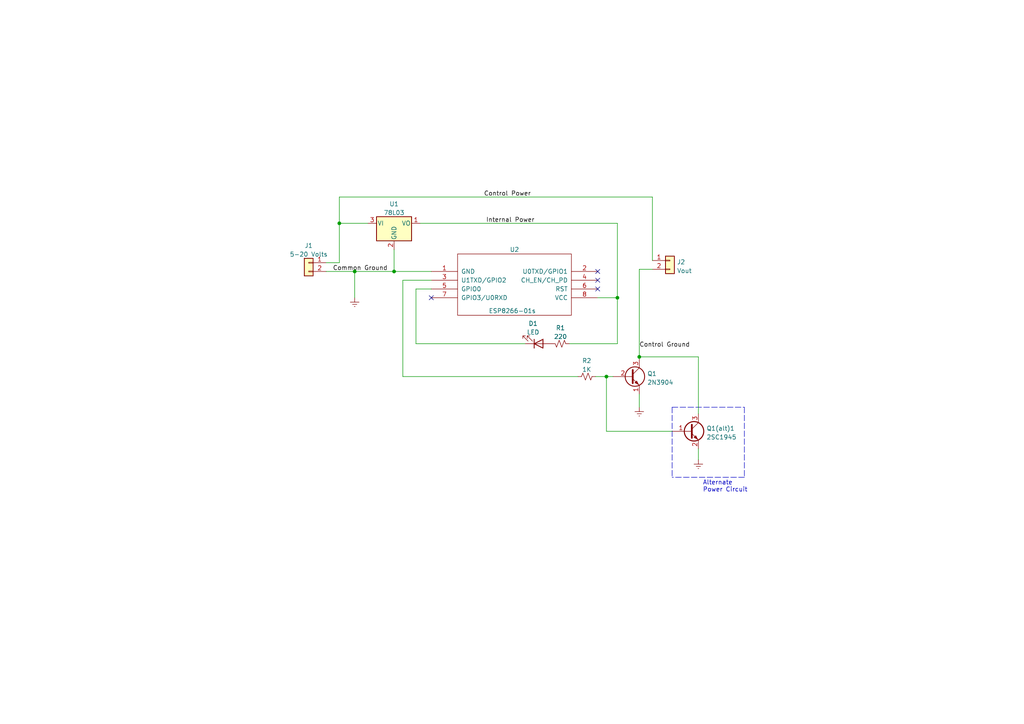
<source format=kicad_sch>
(kicad_sch (version 20211123) (generator eeschema)
  (paper "A4")
  (lib_symbols
    (symbol "AZ7029ZTR-E1:2N3904" (pin_names (offset 0) hide)
      (property "Reference" "Q" (at 5.08 1.905 0))
      (property "Value" "2N3904" (at 5.08 0 0))
      (symbol "2N3904_0_1"
        (polyline (pts (xy 0.635 0.635) (xy 2.54 2.54)))
        (polyline (pts (xy 0.635 -0.635) (xy 2.54 -2.54) (xy 2.54 -2.54)))
        (polyline (pts (xy 0.635 1.905) (xy 0.635 -1.905) (xy 0.635 -1.905)) (stroke (width 0.508)))
        (polyline (pts (xy 1.27 -1.778) (xy 1.778 -1.27) (xy 2.286 -2.286) (xy 1.27 -1.778) (xy 1.27 -1.778)) (fill (type outline)))
        (circle (center 1.27 0) (radius 2.8194) (stroke (width 0.254)))
      )
      (symbol "2N3904_1_1"
        (pin passive line (at 2.54 -5.08 90) (length 2.54) (name "E") (number "1"))
        (pin passive line (at -5.08 0 0) (length 5.715) (name "B") (number "2"))
        (pin passive line (at 2.54 5.08 270) (length 2.54) (name "C") (number "3"))
      )
    )
    (symbol "Connector_TH_Headers:Conn_01x02" (pin_names (offset 1.016) hide)
      (property "Reference" "J" (at 0 2.54 0))
      (property "Value" "Conn_01x02" (at 0 -5.08 0))
      (symbol "Conn_01x02_1_1"
        (rectangle (start -1.27 -2.413) (end 0 -2.667) (stroke (width 0.1524)))
        (rectangle (start -1.27 0.127) (end 0 -0.127) (stroke (width 0.1524)))
        (rectangle (start -1.27 1.27) (end 1.27 -3.81) (stroke (width 0.254)) (fill (type background)))
        (pin passive line (at -5.08 0 0) (length 3.81) (name "Pin_1") (number "1"))
        (pin passive line (at -5.08 -2.54 0) (length 3.81) (name "Pin_2") (number "2"))
      )
    )
    (symbol "Device:LED" (pin_numbers hide) (pin_names (offset 1.016) hide)
      (property "Reference" "D" (at 0 2.54 0))
      (property "Value" "LED" (at 0 -2.54 0))
      (symbol "LED_0_1"
        (polyline (pts (xy -1.27 -1.27) (xy -1.27 1.27)) (stroke (width 0.254)))
        (polyline (pts (xy -1.27 0) (xy 1.27 0)))
        (polyline (pts (xy 1.27 -1.27) (xy 1.27 1.27) (xy -1.27 0) (xy 1.27 -1.27)) (stroke (width 0.254)))
        (polyline (pts (xy -3.048 -0.762) (xy -4.572 -2.286) (xy -3.81 -2.286) (xy -4.572 -2.286) (xy -4.572 -1.524)))
        (polyline (pts (xy -1.778 -0.762) (xy -3.302 -2.286) (xy -2.54 -2.286) (xy -3.302 -2.286) (xy -3.302 -1.524)))
      )
      (symbol "LED_1_1"
        (pin passive line (at -3.81 0 0) (length 2.54) (name "K") (number "1"))
        (pin passive line (at 3.81 0 180) (length 2.54) (name "A") (number "2"))
      )
    )
    (symbol "Device:R_Small_US" (pin_numbers hide) (pin_names (offset 0.254) hide)
      (property "Reference" "R" (at 0.762 0.508 0))
      (property "Value" "R_Small_US" (at 0.762 -1.016 0))
      (symbol "R_Small_US_1_1"
        (polyline (pts (xy 0 0) (xy 1.016 -0.381) (xy 0 -0.762) (xy -1.016 -1.143) (xy 0 -1.524)))
        (polyline (pts (xy 0 1.524) (xy 1.016 1.143) (xy 0 0.762) (xy -1.016 0.381) (xy 0 0)))
        (pin passive line (at 0 2.54 270) (length 1.016) (name "~") (number "1"))
        (pin passive line (at 0 -2.54 90) (length 1.016) (name "~") (number "2"))
      )
    )
    (symbol "ESP8266:ESP8266-01s" (pin_names (offset 1.016))
      (property "Reference" "U" (at -1.905 7.62 0))
      (property "Value" "ESP8266-01s" (at 0 -6.985 0))
      (symbol "ESP8266-01s_1_0"
        (rectangle (start -16.51 -8.89) (end 16.51 8.89))
      )
      (symbol "ESP8266-01s_1_1"
        (pin power_in line (at -24.13 3.81 0) (length 7.62) (name "GND") (number "1"))
        (pin bidirectional line (at 24.13 3.81 180) (length 7.62) (name "U0TXD/GPIO1") (number "2"))
        (pin bidirectional line (at -24.13 1.27 0) (length 7.62) (name "U1TXD/GPIO2") (number "3"))
        (pin input line (at 24.13 1.27 180) (length 7.62) (name "CH_EN/CH_PD") (number "4"))
        (pin bidirectional line (at -24.13 -1.27 0) (length 7.62) (name "GPIO0") (number "5"))
        (pin input line (at 24.13 -1.27 180) (length 7.62) (name "RST") (number "6"))
        (pin bidirectional line (at -24.13 -3.81 0) (length 7.62) (name "GPIO3/U0RXD") (number "7"))
        (pin power_in line (at 24.13 -3.81 180) (length 7.62) (name "VCC") (number "8"))
      )
    )
    (symbol "Regulator_Linear:L78L05_TO92" (pin_names (offset 0.254))
      (property "Reference" "U" (at -3.81 3.175 0))
      (property "Value" "L78L05_TO92" (at 0 3.175 0))
      (symbol "L78L05_TO92_0_1"
        (rectangle (start -5.08 -5.08) (end 5.08 1.905) (stroke (width 0.254)) (fill (type background)))
      )
      (symbol "L78L05_TO92_1_1"
        (pin power_out line (at 7.62 0 180) (length 2.54) (name "VO") (number "1"))
        (pin power_in line (at 0 -7.62 90) (length 2.54) (name "GND") (number "2"))
        (pin power_in line (at -7.62 0 0) (length 2.54) (name "VI") (number "3"))
      )
    )
    (symbol "Transistor_BJT:2SC1945" (pin_names (offset 0) hide)
      (property "Reference" "Q" (at 5.08 1.905 0))
      (property "Value" "2SC1945" (at 5.08 0 0))
      (symbol "2SC1945_0_1"
        (polyline (pts (xy 0 0) (xy 0.635 0)))
        (polyline (pts (xy 2.54 2.54) (xy 0.635 0.635)))
        (polyline (pts (xy 0.635 1.905) (xy 0.635 -1.905) (xy 0.635 -1.905)) (stroke (width 0.508)))
        (polyline (pts (xy 2.286 -2.286) (xy 1.778 -1.778) (xy 1.778 -1.778)))
        (polyline (pts (xy 2.54 -2.54) (xy 0.635 -0.635) (xy 1.27 -1.27)) (fill (type outline)))
        (polyline (pts (xy 1.27 -1.778) (xy 1.778 -1.27) (xy 2.286 -2.286) (xy 1.27 -1.778) (xy 1.27 -1.778)) (fill (type outline)))
        (circle (center 1.27 0) (radius 2.8194) (stroke (width 0.3048)))
      )
      (symbol "2SC1945_1_1"
        (pin input line (at -5.08 0 0) (length 5.08) (name "B") (number "1"))
        (pin passive line (at 2.54 -5.08 90) (length 2.54) (name "E") (number "2"))
        (pin passive line (at 2.54 5.08 270) (length 2.54) (name "C") (number "3"))
      )
    )
    (symbol "power:GNDREF" (power) (pin_names (offset 0))
      (property "Value" "GNDREF" (at 0 -3.81 0))
      (symbol "GNDREF_0_1"
        (polyline (pts (xy -0.635 -1.905) (xy 0.635 -1.905)))
        (polyline (pts (xy -0.127 -2.54) (xy 0.127 -2.54)))
        (polyline (pts (xy 0 -1.27) (xy 0 0)))
        (polyline (pts (xy 1.27 -1.27) (xy -1.27 -1.27)))
      )
      (symbol "GNDREF_1_1"
        (pin power_in line (at 0 0 270) (length 0) hide (name "GNDREF") (number "1"))
      )
    )
  )
  (junction (at 175.895 109.22))
  (junction (at 179.07 86.36))
  (junction (at 98.425 64.77))
  (junction (at 114.3 78.74))
  (junction (at 102.87 78.74))
  (junction (at 185.42 103.505))
  (no_connect (at 173.355 81.28))
  (no_connect (at 173.355 78.74))
  (no_connect (at 125.095 86.36))
  (no_connect (at 173.355 83.82))
  (wire (pts (xy 94.615 76.2) (xy 98.425 76.2)))
  (wire (pts (xy 194.945 125.095) (xy 175.895 125.095)))
  (wire (pts (xy 98.425 64.77) (xy 106.68 64.77)))
  (wire (pts (xy 120.65 99.695) (xy 120.65 83.82)))
  (wire (pts (xy 152.4 99.695) (xy 120.65 99.695)))
  (wire (pts (xy 189.23 78.105) (xy 185.42 78.105)))
  (wire (pts (xy 185.42 103.505) (xy 185.42 104.14)))
  (wire (pts (xy 120.65 83.82) (xy 125.095 83.82)))
  (polyline (pts (xy 194.945 118.11) (xy 215.9 118.11)))
  (wire (pts (xy 175.895 125.095) (xy 175.895 109.22)))
  (wire (pts (xy 175.895 109.22) (xy 177.8 109.22)))
  (wire (pts (xy 114.3 78.74) (xy 125.095 78.74)))
  (wire (pts (xy 202.565 120.015) (xy 202.565 103.505)))
  (wire (pts (xy 179.07 86.36) (xy 179.07 64.77)))
  (wire (pts (xy 167.64 109.22) (xy 116.84 109.22)))
  (wire (pts (xy 116.84 109.22) (xy 116.84 81.28)))
  (polyline (pts (xy 194.945 118.11) (xy 194.945 138.43)))
  (wire (pts (xy 116.84 81.28) (xy 125.095 81.28)))
  (wire (pts (xy 202.565 103.505) (xy 185.42 103.505)))
  (wire (pts (xy 98.425 57.15) (xy 98.425 64.77)))
  (wire (pts (xy 202.565 130.175) (xy 202.565 133.35)))
  (wire (pts (xy 165.1 99.695) (xy 179.07 99.695)))
  (wire (pts (xy 173.355 86.36) (xy 179.07 86.36)))
  (wire (pts (xy 114.3 72.39) (xy 114.3 78.74)))
  (wire (pts (xy 189.23 57.15) (xy 98.425 57.15)))
  (wire (pts (xy 102.87 78.74) (xy 114.3 78.74)))
  (wire (pts (xy 189.23 75.565) (xy 189.23 57.15)))
  (wire (pts (xy 98.425 76.2) (xy 98.425 64.77)))
  (wire (pts (xy 185.42 78.105) (xy 185.42 103.505)))
  (polyline (pts (xy 215.9 118.11) (xy 215.9 138.43)))
  (wire (pts (xy 94.615 78.74) (xy 102.87 78.74)))
  (wire (pts (xy 121.92 64.77) (xy 179.07 64.77)))
  (wire (pts (xy 102.87 78.74) (xy 102.87 86.36)))
  (wire (pts (xy 172.72 109.22) (xy 175.895 109.22)))
  (wire (pts (xy 179.07 99.695) (xy 179.07 86.36)))
  (polyline (pts (xy 215.9 138.43) (xy 194.945 138.43)))
  (wire (pts (xy 185.42 114.3) (xy 185.42 118.11)))
  (text "Alternate\nPower Circuit" (at 203.835 142.875 0) (effects (font (size 1.27 1.27)) (justify left bottom)))
  (label "Control Ground" (at 185.42 100.965 0))
  (label "Common Ground" (at 96.52 78.74 0))
  (label "Internal Power" (at 140.97 64.77 0))
  (label "Control Power" (at 140.335 57.15 0))
  (symbol (lib_id "Regulator_Linear:L78L05_TO92") (at 114.3 64.77 0) (unit 1)
    (property "Reference" "U1" (at 114.3 59.1652 0))
    (property "Value" "78L03" (at 114.3 61.7021 0))
    (property "Footprint" "Package_TO_SOT_THT:TO-92_Inline" (effects hide))
    (property "Datasheet" "http://www.st.com/content/ccc/resource/technical/document/datasheet/15/55/e5/aa/23/5b/43/fd/CD00000446.pdf/files/CD00000446.pdf/jcr:content/translations/en.CD00000446.pdf" (effects hide))
  )
  (symbol (lib_id "AZ7029ZTR-E1:2N3904") (at 182.88 109.22 0) (unit 1)
    (property "Reference" "Q1" (at 187.7314 108.3853 0) (effects (justify left)))
    (property "Value" "2N3904" (at 187.7314 110.9222 0) (effects (justify left)))
    (property "Footprint" "Package_TO_SOT_THT:TO-92_Inline" (effects hide))
    (property "Datasheet" "https://www.onsemi.com/pub/Collateral/2N3903-D.PDF" (effects hide))
  )
  (symbol (lib_id "power:GNDREF") (at 102.87 86.36 0) (unit 1)
    (property "Reference" "#PWR0101" (effects hide))
    (property "Value" "GNDREF" (effects hide))
  )
  (symbol (lib_id "Device:R_Small_US") (at 162.56 99.695 90) (mirror x) (unit 1)
    (property "Reference" "R1" (at 162.56 95.1062 90))
    (property "Value" "220" (at 162.56 97.6431 90))
    (property "Footprint" "Resistor_THT:R_Axial_DIN0207_L6.3mm_D2.5mm_P10.16mm_Horizontal" (effects hide))
  )
  (symbol (lib_id "Connector_TH_Headers:Conn_01x02") (at 194.31 75.565 0) (unit 1)
    (property "Reference" "J2" (at 196.342 76.0003 0) (effects (justify left)))
    (property "Value" "Vout" (at 196.342 78.5372 0) (effects (justify left)))
    (property "Footprint" "Connector_PinHeader_2.54mm:PinHeader_1x02_P2.54mm_Vertical" (effects hide))
  )
  (symbol (lib_id "power:GNDREF") (at 202.565 133.35 0) (unit 1)
    (property "Reference" "#PWR0103" (effects hide))
    (property "Value" "GNDREF" (effects hide))
  )
  (symbol (lib_id "power:GNDREF") (at 185.42 118.11 0) (unit 1)
    (property "Reference" "#PWR0102" (effects hide))
    (property "Value" "GNDREF" (effects hide))
  )
  (symbol (lib_id "Device:LED") (at 156.21 99.695 0) (mirror x) (unit 1)
    (property "Reference" "D1" (at 154.6225 93.8362 0))
    (property "Value" "LED" (at 154.6225 96.3731 0))
    (property "Footprint" "LED_THT:LED_D5.0mm" (effects hide))
  )
  (symbol (lib_id "Transistor_BJT:2SC1945") (at 200.025 125.095 0) (unit 1)
    (property "Reference" "Q1(alt)1" (at 204.9018 124.2603 0) (effects (justify left)))
    (property "Value" "2SC1945" (at 204.9018 126.7972 0) (effects (justify left)))
    (property "Footprint" "Package_TO_SOT_THT:TO-220-3_Vertical" (effects hide))
    (property "Datasheet" "http://rtellason.com/transdata/2sc1945.pdf" (effects hide))
  )
  (symbol (lib_id "Connector_TH_Headers:Conn_01x02") (at 89.535 76.2 0) (mirror y) (unit 1)
    (property "Reference" "J1" (at 89.535 71.2302 0))
    (property "Value" "5-20 Volts" (at 89.535 73.7671 0))
    (property "Footprint" "Connector_PinHeader_2.54mm:PinHeader_1x02_P2.54mm_Vertical" (effects hide))
  )
  (symbol (lib_id "Device:R_Small_US") (at 170.18 109.22 270) (unit 1)
    (property "Reference" "R2" (at 170.18 104.6312 90))
    (property "Value" "1K" (at 170.18 107.1681 90))
    (property "Footprint" "Resistor_THT:R_Axial_DIN0207_L6.3mm_D2.5mm_P10.16mm_Horizontal" (effects hide))
  )
  (symbol (lib_id "ESP8266:ESP8266-01s") (at 149.225 82.55 0) (unit 1)
    (property "Reference" "U2" (at 149.225 72.39 0))
    (property "Value" "ESP8266-01s" (at 148.59 90.17 0))
    (property "Footprint" "ESP8266:ESP8266-01s" (effects hide))
    (property "Datasheet" "https://www.universal-solder.ca/downloads/esp8266_series_modules_user_manual_en.pdf" (effects hide))
  )
)
</source>
